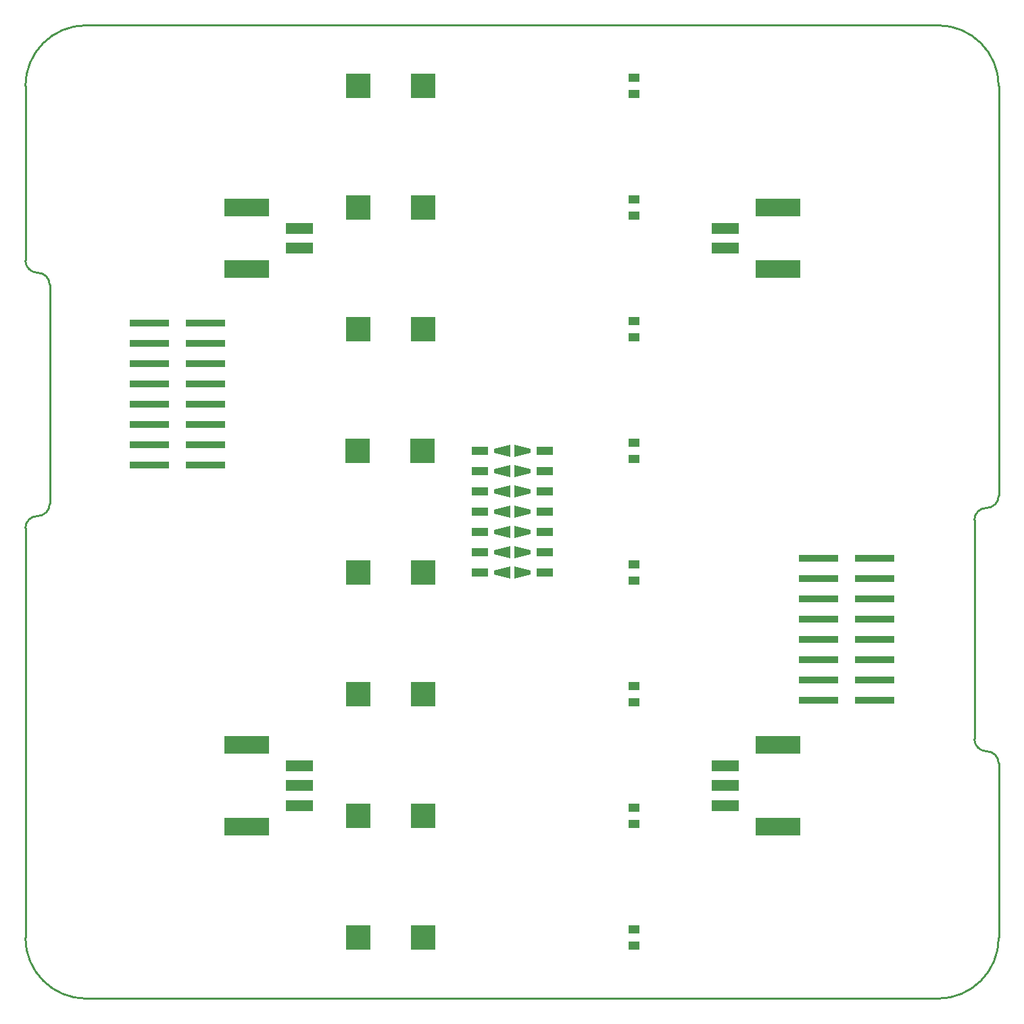
<source format=gbp>
G04 #@! TF.FileFunction,Paste,Bot*
%FSLAX46Y46*%
G04 Gerber Fmt 4.6, Leading zero omitted, Abs format (unit mm)*
G04 Created by KiCad (PCBNEW (2014-12-11 BZR 5320)-product) date Fri Dec 19 11:32:42 2014*
%MOMM*%
G01*
G04 APERTURE LIST*
%ADD10C,0.152400*%
%ADD11C,0.254000*%
%ADD12R,5.000000X0.900000*%
%ADD13R,3.400000X1.400000*%
%ADD14R,5.600000X2.300000*%
%ADD15R,3.048000X3.048000*%
%ADD16R,1.422400X1.066800*%
%ADD17R,2.032000X1.016000*%
G04 APERTURE END LIST*
D10*
D11*
X147320000Y-117856000D02*
G75*
G03X145796000Y-116332000I-1524000J0D01*
G01*
X144272000Y-114808000D02*
G75*
G03X145796000Y-116332000I1524000J0D01*
G01*
X145796000Y-85852000D02*
G75*
G03X144272000Y-87376000I0J-1524000D01*
G01*
X145796000Y-85852000D02*
G75*
G03X147320000Y-84328000I0J1524000D01*
G01*
X25400000Y-54864000D02*
G75*
G03X26924000Y-56388000I1524000J0D01*
G01*
X28448000Y-57912000D02*
G75*
G03X26924000Y-56388000I-1524000J0D01*
G01*
X26924000Y-86868000D02*
G75*
G03X25400000Y-88392000I0J-1524000D01*
G01*
X26924000Y-86868000D02*
G75*
G03X28448000Y-85344000I0J1524000D01*
G01*
X147320000Y-84328000D02*
X147320000Y-33020000D01*
X147320000Y-117856000D02*
X147320000Y-139700000D01*
X25400000Y-88392000D02*
X25400000Y-139700000D01*
X25400000Y-54864000D02*
X25400000Y-33020000D01*
X144272000Y-101092000D02*
X144272000Y-114808000D01*
X144272000Y-101092000D02*
X144272000Y-87376000D01*
X28448000Y-71628000D02*
X28448000Y-85344000D01*
X28448000Y-71628000D02*
X28448000Y-57912000D01*
X139700000Y-147320000D02*
X33020000Y-147320000D01*
X33020000Y-25400000D02*
X139700000Y-25400000D01*
X25400000Y-139700000D02*
G75*
G03X33020000Y-147320000I7620000J0D01*
G01*
X147320000Y-33020000D02*
G75*
G03X139700000Y-25400000I-7620000J0D01*
G01*
X33020000Y-25400000D02*
G75*
G03X25400000Y-33020000I0J-7620000D01*
G01*
X139700000Y-147320000D02*
G75*
G03X147320000Y-139700000I0J7620000D01*
G01*
D12*
X124770000Y-92202000D03*
X131770000Y-92202000D03*
X131770000Y-94742000D03*
X124770000Y-94742000D03*
X131770000Y-97282000D03*
X124770000Y-97282000D03*
X131770000Y-99822000D03*
X124770000Y-99822000D03*
X131770000Y-102362000D03*
X124770000Y-102362000D03*
X131770000Y-104902000D03*
X124770000Y-104902000D03*
X131770000Y-107442000D03*
X124770000Y-107442000D03*
X131770000Y-109982000D03*
X124770000Y-109982000D03*
D13*
X59690000Y-50820000D03*
X59690000Y-53320000D03*
D14*
X53090000Y-55920000D03*
X53090000Y-48220000D03*
D13*
X113030000Y-53320000D03*
X113030000Y-50820000D03*
D14*
X119630000Y-48220000D03*
X119630000Y-55920000D03*
D12*
X40950000Y-62738000D03*
X47950000Y-62738000D03*
X47950000Y-65278000D03*
X40950000Y-65278000D03*
X47950000Y-67818000D03*
X40950000Y-67818000D03*
X47950000Y-70358000D03*
X40950000Y-70358000D03*
X47950000Y-72898000D03*
X40950000Y-72898000D03*
X47950000Y-75438000D03*
X40950000Y-75438000D03*
X47950000Y-77978000D03*
X40950000Y-77978000D03*
X47950000Y-80518000D03*
X40950000Y-80518000D03*
D15*
X75184000Y-33020000D03*
X67056000Y-33020000D03*
X75184000Y-48260000D03*
X67056000Y-48260000D03*
X75184000Y-63500000D03*
X67056000Y-63500000D03*
X75171300Y-78740000D03*
X67043300Y-78740000D03*
X75184000Y-93980000D03*
X67056000Y-93980000D03*
X75184000Y-109220000D03*
X67056000Y-109220000D03*
X75184000Y-124460000D03*
X67056000Y-124460000D03*
X75184000Y-139700000D03*
X67056000Y-139700000D03*
D16*
X101600000Y-32004000D03*
X101600000Y-34036000D03*
X101600000Y-47244000D03*
X101600000Y-49276000D03*
X101600000Y-62484000D03*
X101600000Y-64516000D03*
X101600000Y-77724000D03*
X101600000Y-79756000D03*
X101600000Y-92964000D03*
X101600000Y-94996000D03*
X101600000Y-108204000D03*
X101600000Y-110236000D03*
X101600000Y-123444000D03*
X101600000Y-125476000D03*
X101600000Y-138684000D03*
X101600000Y-140716000D03*
D10*
G36*
X84074000Y-94234000D02*
X84074000Y-93726000D01*
X86106000Y-93218000D01*
X86106000Y-94742000D01*
X84074000Y-94234000D01*
X84074000Y-94234000D01*
G37*
G36*
X86614000Y-94742000D02*
X86614000Y-93218000D01*
X88646000Y-93726000D01*
X88646000Y-94234000D01*
X86614000Y-94742000D01*
X86614000Y-94742000D01*
G37*
D17*
X90424000Y-93980000D03*
X82296000Y-93980000D03*
D10*
G36*
X84074000Y-91694000D02*
X84074000Y-91186000D01*
X86106000Y-90678000D01*
X86106000Y-92202000D01*
X84074000Y-91694000D01*
X84074000Y-91694000D01*
G37*
G36*
X86614000Y-92202000D02*
X86614000Y-90678000D01*
X88646000Y-91186000D01*
X88646000Y-91694000D01*
X86614000Y-92202000D01*
X86614000Y-92202000D01*
G37*
D17*
X90424000Y-91440000D03*
X82296000Y-91440000D03*
D10*
G36*
X84074000Y-89154000D02*
X84074000Y-88646000D01*
X86106000Y-88138000D01*
X86106000Y-89662000D01*
X84074000Y-89154000D01*
X84074000Y-89154000D01*
G37*
G36*
X86614000Y-89662000D02*
X86614000Y-88138000D01*
X88646000Y-88646000D01*
X88646000Y-89154000D01*
X86614000Y-89662000D01*
X86614000Y-89662000D01*
G37*
D17*
X90424000Y-88900000D03*
X82296000Y-88900000D03*
D10*
G36*
X84074000Y-86614000D02*
X84074000Y-86106000D01*
X86106000Y-85598000D01*
X86106000Y-87122000D01*
X84074000Y-86614000D01*
X84074000Y-86614000D01*
G37*
G36*
X86614000Y-87122000D02*
X86614000Y-85598000D01*
X88646000Y-86106000D01*
X88646000Y-86614000D01*
X86614000Y-87122000D01*
X86614000Y-87122000D01*
G37*
D17*
X90424000Y-86360000D03*
X82296000Y-86360000D03*
D10*
G36*
X84074000Y-84074000D02*
X84074000Y-83566000D01*
X86106000Y-83058000D01*
X86106000Y-84582000D01*
X84074000Y-84074000D01*
X84074000Y-84074000D01*
G37*
G36*
X86614000Y-84582000D02*
X86614000Y-83058000D01*
X88646000Y-83566000D01*
X88646000Y-84074000D01*
X86614000Y-84582000D01*
X86614000Y-84582000D01*
G37*
D17*
X90424000Y-83820000D03*
X82296000Y-83820000D03*
D10*
G36*
X84074000Y-81534000D02*
X84074000Y-81026000D01*
X86106000Y-80518000D01*
X86106000Y-82042000D01*
X84074000Y-81534000D01*
X84074000Y-81534000D01*
G37*
G36*
X86614000Y-82042000D02*
X86614000Y-80518000D01*
X88646000Y-81026000D01*
X88646000Y-81534000D01*
X86614000Y-82042000D01*
X86614000Y-82042000D01*
G37*
D17*
X90424000Y-81280000D03*
X82296000Y-81280000D03*
D10*
G36*
X84074000Y-78994000D02*
X84074000Y-78486000D01*
X86106000Y-77978000D01*
X86106000Y-79502000D01*
X84074000Y-78994000D01*
X84074000Y-78994000D01*
G37*
G36*
X86614000Y-79502000D02*
X86614000Y-77978000D01*
X88646000Y-78486000D01*
X88646000Y-78994000D01*
X86614000Y-79502000D01*
X86614000Y-79502000D01*
G37*
D17*
X90424000Y-78740000D03*
X82296000Y-78740000D03*
D13*
X113030000Y-120650000D03*
X113030000Y-118150000D03*
D14*
X119630000Y-115550000D03*
X119630000Y-125750000D03*
D13*
X113030000Y-123150000D03*
X59690000Y-120650000D03*
X59690000Y-123150000D03*
D14*
X53090000Y-125750000D03*
X53090000Y-115550000D03*
D13*
X59690000Y-118150000D03*
M02*

</source>
